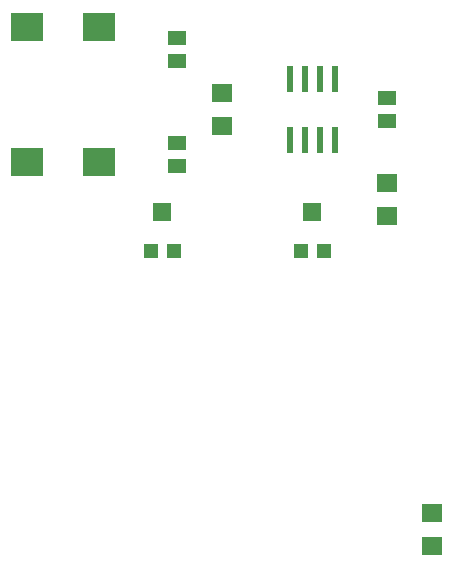
<source format=gbr>
G04 EAGLE Gerber RS-274X export*
G75*
%MOMM*%
%FSLAX34Y34*%
%LPD*%
%INSolderpaste Top*%
%IPPOS*%
%AMOC8*
5,1,8,0,0,1.08239X$1,22.5*%
G01*
%ADD10R,1.800000X1.600000*%
%ADD11R,0.609600X2.209800*%
%ADD12R,2.800000X2.400000*%
%ADD13R,1.500000X1.300000*%
%ADD14R,1.500000X1.600000*%
%ADD15R,1.200000X1.200000*%


D10*
X381000Y62200D03*
X381000Y90200D03*
X342900Y341600D03*
X342900Y369600D03*
X203200Y445800D03*
X203200Y417800D03*
D11*
X298450Y457962D03*
X298450Y405638D03*
X285750Y457962D03*
X273050Y457962D03*
X285750Y405638D03*
X273050Y405638D03*
X260350Y457962D03*
X260350Y405638D03*
D12*
X38100Y501500D03*
X38100Y387500D03*
X99100Y501500D03*
X99100Y387500D03*
D13*
X342900Y422300D03*
X342900Y441300D03*
X165100Y384200D03*
X165100Y403200D03*
X165100Y473100D03*
X165100Y492100D03*
D14*
X279400Y345200D03*
D15*
X269400Y311950D03*
X289400Y311950D03*
D14*
X152400Y345200D03*
D15*
X142400Y311950D03*
X162400Y311950D03*
M02*

</source>
